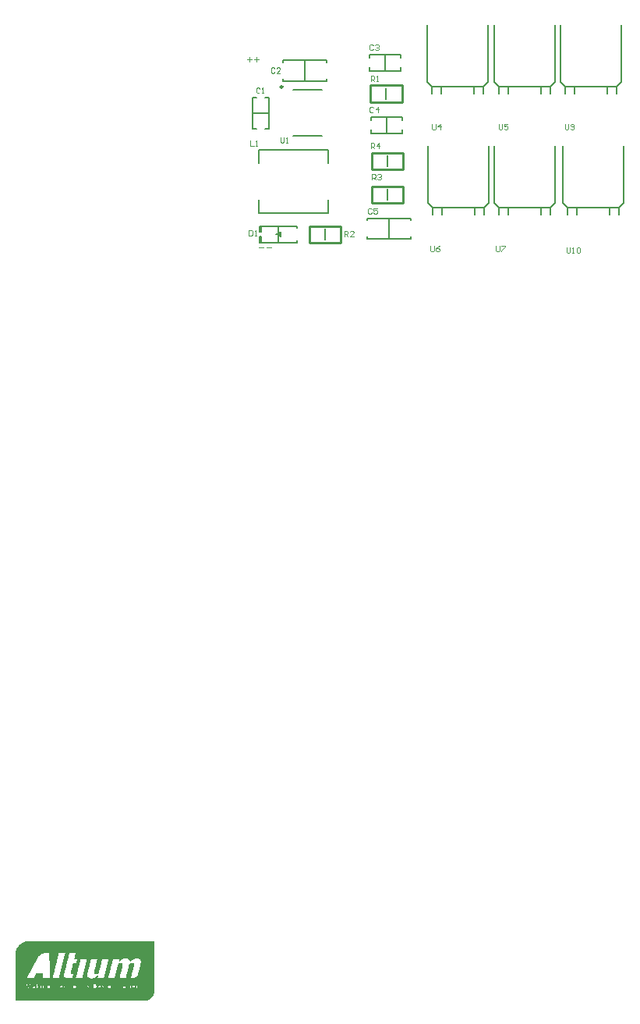
<source format=gto>
G04*
G04 #@! TF.GenerationSoftware,Altium Limited,Altium Designer,20.0.13 (296)*
G04*
G04 Layer_Color=65535*
%FSLAX44Y44*%
%MOMM*%
G71*
G01*
G75*
%ADD10C,0.2500*%
%ADD11C,0.0254*%
%ADD12C,0.1524*%
%ADD13C,0.2000*%
%ADD14C,0.2540*%
%ADD15C,0.1500*%
%ADD16C,0.1000*%
D10*
X760000Y800550D02*
G03*
X760000Y800550I-1250J0D01*
G01*
D11*
X469696Y-172304D02*
X480872D01*
X482396D02*
X484682D01*
X469696Y-172558D02*
X480872D01*
X482650D02*
X484682D01*
X469696Y-172812D02*
X480872D01*
X482650D02*
X484682D01*
X469696Y-173066D02*
X480872D01*
X482650D02*
X484428D01*
X469696Y-173320D02*
X480872D01*
X482904D02*
X484428D01*
X469696Y-173574D02*
X480872D01*
X482904D02*
X484428D01*
X486460D02*
X488238D01*
X469696Y-173828D02*
X480872D01*
X482904D02*
X484174D01*
X485190D02*
X485444D01*
X486460D02*
X487984D01*
X469696Y-174082D02*
X480872D01*
X481888D02*
X482142D01*
X483158D02*
X484174D01*
X485190D02*
X485444D01*
X486460D02*
X487984D01*
X469696Y-174336D02*
X480872D01*
X481888D02*
X482142D01*
X483158D02*
X484174D01*
X485190D02*
X485444D01*
X486460D02*
X487984D01*
X469696Y-174590D02*
X480872D01*
X481888D02*
X482396D01*
X483158D02*
X484174D01*
X484936D02*
X485444D01*
X469696Y-174844D02*
X480872D01*
X481888D02*
X482396D01*
X483412D02*
X483920D01*
X484936D02*
X485444D01*
X469696Y-175098D02*
X480872D01*
X481888D02*
X482396D01*
X483412D02*
X483920D01*
X484936D02*
X485444D01*
X486460D02*
X488238D01*
X469696Y-175352D02*
X480872D01*
X481888D02*
X482396D01*
X483412D02*
X483920D01*
X484682D02*
X485444D01*
X486460D02*
X487984D01*
X469696Y-175606D02*
X480872D01*
X481888D02*
X482650D01*
X483412D02*
X483666D01*
X484682D02*
X485444D01*
X486460D02*
X487730D01*
X469696Y-175860D02*
X480872D01*
X481888D02*
X482650D01*
X484682D02*
X485444D01*
X486460D02*
X487730D01*
X469696Y-176114D02*
X480872D01*
X481888D02*
X482650D01*
X484428D02*
X485444D01*
X486460D02*
X487730D01*
X469696Y-176368D02*
X480872D01*
X481888D02*
X482904D01*
X484428D02*
X485444D01*
X486460D02*
X487730D01*
X469696Y-176622D02*
X480872D01*
X481888D02*
X482904D01*
X484428D02*
X485444D01*
X486460D02*
X487730D01*
X469696Y-176876D02*
X480872D01*
X481888D02*
X482904D01*
X484174D02*
X485444D01*
X486460D02*
X487984D01*
X469696Y-177130D02*
X480872D01*
X481888D02*
X483158D01*
X484174D02*
X485444D01*
X486460D02*
X488238D01*
X469696Y-150460D02*
X489254D01*
X469696Y-150714D02*
X489254D01*
X469696Y-150968D02*
X489000D01*
X469696Y-151222D02*
X489000D01*
X469696Y-151476D02*
X488746D01*
X469696Y-151730D02*
X488746D01*
X469696Y-151984D02*
X488492D01*
X469696Y-152238D02*
X488492D01*
X469696Y-152492D02*
X488238D01*
X469696Y-152746D02*
X488238D01*
X469696Y-153000D02*
X487984D01*
X469696Y-153254D02*
X487984D01*
X469696Y-153508D02*
X487730D01*
X469696Y-153762D02*
X487476D01*
X469696Y-154016D02*
X487476D01*
X469696Y-154270D02*
X487222D01*
X469696Y-154524D02*
X487222D01*
X469696Y-154778D02*
X486968D01*
X469696Y-155032D02*
X486968D01*
X469696Y-155286D02*
X486714D01*
X469696Y-155540D02*
X486714D01*
X469696Y-155794D02*
X486460D01*
X469696Y-156048D02*
X486460D01*
X469696Y-156302D02*
X486206D01*
X469696Y-156556D02*
X486206D01*
X469696Y-156810D02*
X485952D01*
X469696Y-157064D02*
X485698D01*
X469696Y-157318D02*
X485698D01*
X469696Y-157572D02*
X485444D01*
X469696Y-157826D02*
X485444D01*
X469696Y-158080D02*
X485190D01*
X469696Y-158334D02*
X485190D01*
X469696Y-158588D02*
X484936D01*
X469696Y-158842D02*
X484936D01*
X469696Y-159096D02*
X484682D01*
X469696Y-159350D02*
X484682D01*
X469696Y-159604D02*
X484428D01*
X469696Y-159858D02*
X484428D01*
X469696Y-160112D02*
X484174D01*
X469696Y-160366D02*
X484174D01*
X469696Y-160620D02*
X483920D01*
X469696Y-160874D02*
X483666D01*
X469696Y-161128D02*
X483666D01*
X469696Y-161382D02*
X483412D01*
X469696Y-161636D02*
X483412D01*
X469696Y-161890D02*
X483158D01*
X469696Y-162144D02*
X483158D01*
X469696Y-162398D02*
X482904D01*
X469696Y-162652D02*
X482904D01*
X469696Y-162906D02*
X482650D01*
X469696Y-163160D02*
X482650D01*
X469696Y-163414D02*
X482396D01*
X469696Y-163668D02*
X482396D01*
X469696Y-163922D02*
X482142D01*
X469696Y-164176D02*
X481888D01*
X469696Y-164430D02*
X481888D01*
X469696Y-164684D02*
X481634D01*
X469696Y-164938D02*
X481634D01*
X469696Y-165192D02*
X481380D01*
X469696Y-165446D02*
X481380D01*
X469696Y-165700D02*
X481126D01*
X469696Y-149952D02*
X489508D01*
X493318Y-172050D02*
X496620D01*
X493318Y-172304D02*
X496620D01*
X493318Y-172558D02*
X496620D01*
X490524Y-173574D02*
X492302D01*
X493318D02*
X494334D01*
X495604D02*
X496620D01*
X497636D02*
X499160D01*
X499922D02*
X500430D01*
X501954D02*
X504494D01*
X506018D02*
X506272D01*
X490778Y-173828D02*
X492302D01*
X493318D02*
X494080D01*
X495350D02*
X496620D01*
X497636D02*
X499160D01*
X502208D02*
X504240D01*
X490778Y-174082D02*
X492302D01*
X493318D02*
X494080D01*
X495096D02*
X496620D01*
X497636D02*
X499160D01*
X502462D02*
X503986D01*
X491032Y-174336D02*
X492302D01*
X493318D02*
X493826D01*
X494842D02*
X496620D01*
X497636D02*
X499160D01*
X500430D02*
X501446D01*
X502462D02*
X503732D01*
X491032Y-174590D02*
X492302D01*
X493318D02*
X493572D01*
X494842D02*
X496620D01*
X497636D02*
X499160D01*
X500176D02*
X501446D01*
X502462D02*
X503732D01*
X491032Y-174844D02*
X492302D01*
X494588D02*
X496620D01*
X497636D02*
X499160D01*
X500176D02*
X501446D01*
X502462D02*
X503732D01*
X491032Y-175098D02*
X492302D01*
X494334D02*
X496620D01*
X497636D02*
X499160D01*
X500176D02*
X501446D01*
X502462D02*
X503732D01*
X491032Y-175352D02*
X492302D01*
X494334D02*
X496620D01*
X497636D02*
X499160D01*
X500176D02*
X501446D01*
X502462D02*
X503732D01*
X491032Y-175606D02*
X492302D01*
X494588D02*
X496620D01*
X497636D02*
X499160D01*
X500176D02*
X501446D01*
X502462D02*
X503732D01*
X491032Y-175860D02*
X492302D01*
X493318D02*
X493572D01*
X494842D02*
X496620D01*
X497636D02*
X499160D01*
X500176D02*
X501446D01*
X502462D02*
X503732D01*
X491032Y-176114D02*
X492302D01*
X493318D02*
X493826D01*
X495096D02*
X496620D01*
X497636D02*
X499160D01*
X500176D02*
X501446D01*
X502462D02*
X503732D01*
X491032Y-176368D02*
X492302D01*
X493318D02*
X494080D01*
X495096D02*
X496620D01*
X497636D02*
X499160D01*
X500176D02*
X501446D01*
X502462D02*
X503732D01*
X491032Y-176622D02*
X492302D01*
X493318D02*
X494080D01*
X495350D02*
X496620D01*
X497636D02*
X499160D01*
X500176D02*
X501446D01*
X502462D02*
X503986D01*
X491032Y-176876D02*
X492302D01*
X493318D02*
X494334D01*
X495604D02*
X496620D01*
X497636D02*
X499160D01*
X500176D02*
X501446D01*
X502462D02*
X504240D01*
X491032Y-177130D02*
X492302D01*
X493318D02*
X494588D01*
X495858D02*
X496620D01*
X497636D02*
X499160D01*
X500176D02*
X501446D01*
X502462D02*
X504494D01*
X505764D02*
X506272D01*
X504494Y-177892D02*
X505764D01*
X492302Y-161128D02*
X498906D01*
X492048Y-161382D02*
X498906D01*
X492048Y-161636D02*
X498906D01*
X491794Y-161890D02*
X498906D01*
X491794Y-162144D02*
X498906D01*
X491540Y-162398D02*
X498906D01*
X491540Y-162652D02*
X498906D01*
X491286Y-162906D02*
X498906D01*
X491286Y-163160D02*
X498906D01*
X507542D02*
X509828D01*
X491286Y-163414D02*
X498652D01*
X507542D02*
X509828D01*
X491032Y-163668D02*
X498652D01*
X507542D02*
X509828D01*
X491032Y-163922D02*
X498652D01*
X507542D02*
X509828D01*
X490778Y-164176D02*
X498652D01*
X507542D02*
X509574D01*
X490778Y-164430D02*
X498652D01*
X507542D02*
X509574D01*
X490524Y-164684D02*
X498652D01*
X507542D02*
X509574D01*
X490524Y-164938D02*
X498652D01*
X507542D02*
X509574D01*
X490524Y-165192D02*
X498652D01*
X507542D02*
X509320D01*
X490270Y-165446D02*
X498652D01*
X507542D02*
X509320D01*
X490270Y-165700D02*
X498652D01*
X507542D02*
X509320D01*
X514146Y-172304D02*
X515416D01*
X514146Y-172558D02*
X515416D01*
X516432D02*
X526592D01*
X514146Y-172812D02*
X515416D01*
X516432D02*
X526084D01*
X512114Y-173066D02*
X515416D01*
X516432D02*
X526084D01*
X512114Y-173320D02*
X515416D01*
X516432D02*
X526084D01*
X512114Y-173574D02*
X515416D01*
X516432D02*
X518464D01*
X520242D02*
X523036D01*
X524814D02*
X525322D01*
X527862D02*
X529132D01*
X512114Y-173828D02*
X515416D01*
X516432D02*
X518210D01*
X520496D02*
X522528D01*
X524814D02*
X525322D01*
X527862D02*
X529132D01*
X529894D02*
X530148D01*
X512114Y-174082D02*
X515416D01*
X516432D02*
X517956D01*
X520750D02*
X522274D01*
X524814D02*
X525322D01*
X527862D02*
X529132D01*
X513892Y-174336D02*
X515416D01*
X516432D02*
X517702D01*
X521004D02*
X522274D01*
X523544D02*
X526084D01*
X527100D02*
X529132D01*
X513892Y-174590D02*
X515416D01*
X516432D02*
X517702D01*
X521004D02*
X522020D01*
X523290D02*
X526084D01*
X527100D02*
X529132D01*
X513892Y-174844D02*
X515416D01*
X516432D02*
X517702D01*
X521004D02*
X522020D01*
X523036D02*
X526084D01*
X527100D02*
X529132D01*
X512114Y-175098D02*
X515416D01*
X516432D02*
X517702D01*
X521004D02*
X522020D01*
X523036D02*
X526084D01*
X527100D02*
X529132D01*
X512114Y-175352D02*
X515416D01*
X516432D02*
X517702D01*
X521004D02*
X522020D01*
X523036D02*
X526084D01*
X527100D02*
X529132D01*
X512114Y-175606D02*
X515416D01*
X516432D02*
X517702D01*
X521004D02*
X522020D01*
X523036D02*
X526084D01*
X527100D02*
X529132D01*
X512114Y-175860D02*
X515416D01*
X516432D02*
X517702D01*
X518464D02*
X522020D01*
X523036D02*
X526084D01*
X527100D02*
X529132D01*
X512114Y-176114D02*
X515416D01*
X516432D02*
X517702D01*
X518718D02*
X522020D01*
X523290D02*
X526084D01*
X527100D02*
X529132D01*
X512114Y-176368D02*
X515416D01*
X516432D02*
X517702D01*
X518972D02*
X520496D01*
X520750D02*
X522274D01*
X523544D02*
X526084D01*
X527354D02*
X529132D01*
X514146Y-176622D02*
X515416D01*
X516432D02*
X517956D01*
X520750D02*
X522274D01*
X524814D02*
X526084D01*
X528116D02*
X529132D01*
X514146Y-176876D02*
X515416D01*
X516432D02*
X518210D01*
X520750D02*
X522528D01*
X524814D02*
X526338D01*
X528116D02*
X529132D01*
X514146Y-177130D02*
X515416D01*
X516432D02*
X518718D01*
X520750D02*
X523036D01*
X524814D02*
X526592D01*
X528116D02*
X529132D01*
X520750Y-150460D02*
X524560D01*
X520750Y-150714D02*
X524560D01*
X520750Y-150968D02*
X524560D01*
X520750Y-151222D02*
X524306D01*
X520496Y-151476D02*
X524306D01*
X520496Y-151730D02*
X524306D01*
X520496Y-151984D02*
X524306D01*
X520496Y-152238D02*
X524052D01*
X520242Y-152492D02*
X524052D01*
X520242Y-152746D02*
X524052D01*
X520242Y-153000D02*
X523798D01*
X520242Y-153254D02*
X523798D01*
X519988Y-153508D02*
X523798D01*
X519988Y-153762D02*
X523798D01*
X519988Y-154016D02*
X523544D01*
X519988Y-154270D02*
X523544D01*
X519734Y-154524D02*
X523544D01*
X519734Y-154778D02*
X523544D01*
X519734Y-155032D02*
X523290D01*
X519734Y-155286D02*
X523290D01*
X519480Y-155540D02*
X523290D01*
X519480Y-155794D02*
X523290D01*
X519480Y-156048D02*
X523036D01*
X519480Y-156302D02*
X523036D01*
X519226Y-156556D02*
X523036D01*
X519226Y-156810D02*
X523036D01*
X519226Y-157064D02*
X522782D01*
X519226Y-157318D02*
X522782D01*
X518972Y-157572D02*
X522782D01*
X518972Y-157826D02*
X522782D01*
X518972Y-158080D02*
X522528D01*
X518972Y-158334D02*
X522528D01*
X518718Y-158588D02*
X522528D01*
X518718Y-158842D02*
X522528D01*
X518718Y-159096D02*
X522274D01*
X518718Y-159350D02*
X522274D01*
X518464Y-159604D02*
X522274D01*
X518464Y-159858D02*
X522274D01*
X518464Y-160112D02*
X522020D01*
X518464Y-160366D02*
X522020D01*
X518210Y-160620D02*
X522020D01*
X518210Y-160874D02*
X522020D01*
X518210Y-161128D02*
X521766D01*
X518210Y-161382D02*
X521766D01*
X517956Y-161636D02*
X521766D01*
X517956Y-161890D02*
X521766D01*
X517956Y-162144D02*
X521766D01*
X517956Y-162398D02*
X521766D01*
X517702Y-162652D02*
X521766D01*
X517702Y-162906D02*
X521766D01*
X517702Y-163160D02*
X521766D01*
X517702Y-163414D02*
X521766D01*
X517448Y-163668D02*
X521766D01*
X517448Y-163922D02*
X521766D01*
X517448Y-164176D02*
X521766D01*
X517448Y-164430D02*
X522020D01*
X517194Y-164684D02*
X522020D01*
X517194Y-164938D02*
X522274D01*
X517194Y-165192D02*
X522782D01*
X517194Y-165446D02*
X523290D01*
X516940Y-165700D02*
X524052D01*
X523798Y-138522D02*
X527608D01*
X523798Y-138776D02*
X527608D01*
X523798Y-139030D02*
X527354D01*
X523798Y-139284D02*
X527354D01*
X523544Y-139538D02*
X527354D01*
X523544Y-139792D02*
X527354D01*
X523544Y-140046D02*
X527100D01*
X523544Y-140300D02*
X527100D01*
X523290Y-140554D02*
X527100D01*
X523290Y-140808D02*
X527100D01*
X523290Y-141062D02*
X526846D01*
X523290Y-141316D02*
X526846D01*
X523036Y-141570D02*
X526846D01*
X523036Y-141824D02*
X526846D01*
X523036Y-142078D02*
X526592D01*
X523036Y-142332D02*
X526592D01*
X522782Y-142586D02*
X526592D01*
X522782Y-142840D02*
X526592D01*
X522782Y-143094D02*
X526338D01*
X522782Y-143348D02*
X526338D01*
X522528Y-143602D02*
X526338D01*
X522528Y-143856D02*
X526338D01*
X522528Y-144110D02*
X526084D01*
X522528Y-144364D02*
X526084D01*
X522274Y-144618D02*
X526084D01*
X522274Y-144872D02*
X526084D01*
X522274Y-145126D02*
X525830D01*
X522274Y-145380D02*
X525830D01*
X522020Y-145634D02*
X525830D01*
X522020Y-145888D02*
X525830D01*
X522020Y-146142D02*
X525576D01*
X521766Y-146396D02*
X525576D01*
X521766Y-146650D02*
X525576D01*
X521766Y-146904D02*
X525576D01*
X521766Y-147158D02*
X525322D01*
X521512Y-147412D02*
X525322D01*
X521512Y-147666D02*
X525322D01*
X521512Y-147920D02*
X525322D01*
X521512Y-148174D02*
X525068D01*
X521258Y-148428D02*
X525068D01*
X521258Y-148682D02*
X525068D01*
X521258Y-148936D02*
X525068D01*
X521258Y-149190D02*
X524814D01*
X521004Y-149444D02*
X524814D01*
X521004Y-149698D02*
X524814D01*
X521004Y-149952D02*
X524814D01*
X531164Y-173574D02*
X532942D01*
X534720D02*
X536752D01*
X537768D02*
X538276D01*
X539800D02*
X541578D01*
X542594D02*
X544626D01*
X546658D02*
X547928D01*
X531164Y-173828D02*
X532434D01*
X535228D02*
X536752D01*
X540054D02*
X541578D01*
X542594D02*
X544372D01*
X546404D02*
X547674D01*
X531164Y-174082D02*
X532180D01*
X535228D02*
X536752D01*
X540054D02*
X541578D01*
X542594D02*
X544118D01*
X546404D02*
X547420D01*
X531164Y-174336D02*
X531926D01*
X535482D02*
X536752D01*
X538276D02*
X539038D01*
X540308D02*
X541578D01*
X542594D02*
X543864D01*
X545134D02*
X547420D01*
X535736Y-174590D02*
X536752D01*
X538022D02*
X539292D01*
X540308D02*
X541578D01*
X542594D02*
X543864D01*
X545134D02*
X547420D01*
X535736Y-174844D02*
X536752D01*
X538022D02*
X539292D01*
X540308D02*
X541578D01*
X542594D02*
X543864D01*
X544880D02*
X547420D01*
X535736Y-175098D02*
X536752D01*
X537768D02*
X539292D01*
X540308D02*
X541578D01*
X542594D02*
X543864D01*
X544880D02*
X547420D01*
X535736Y-175352D02*
X536752D01*
X537768D02*
X539292D01*
X540308D02*
X541578D01*
X542594D02*
X543864D01*
X544880D02*
X547674D01*
X535736Y-175606D02*
X536752D01*
X537768D02*
X539292D01*
X540308D02*
X541578D01*
X542594D02*
X543864D01*
X544880D02*
X548182D01*
X535736Y-175860D02*
X536752D01*
X537768D02*
X539292D01*
X540308D02*
X541578D01*
X542594D02*
X543864D01*
X544880D02*
X548944D01*
X535736Y-176114D02*
X536752D01*
X537768D02*
X539292D01*
X540308D02*
X541578D01*
X542594D02*
X543864D01*
X545134D02*
X548944D01*
X535482Y-176368D02*
X536752D01*
X537768D02*
X539292D01*
X540308D02*
X541578D01*
X542594D02*
X543864D01*
X545388D02*
X548944D01*
X535228Y-176622D02*
X536752D01*
X537768D02*
X539292D01*
X540308D02*
X541578D01*
X542594D02*
X544118D01*
X546658D02*
X547420D01*
X535228Y-176876D02*
X536752D01*
X537768D02*
X539292D01*
X540308D02*
X541578D01*
X542594D02*
X544372D01*
X546658D02*
X547420D01*
X534720Y-177130D02*
X536752D01*
X537768D02*
X539292D01*
X540308D02*
X541578D01*
X542594D02*
X544880D01*
X546658D02*
X547420D01*
X532434Y-150460D02*
X538530D01*
X546150D02*
X549706D01*
X532180Y-150714D02*
X538276D01*
X546150D02*
X549706D01*
X532180Y-150968D02*
X538276D01*
X546150D02*
X549706D01*
X532180Y-151222D02*
X538276D01*
X546150D02*
X549452D01*
X532180Y-151476D02*
X538276D01*
X545896D02*
X549452D01*
X531926Y-151730D02*
X538022D01*
X545896D02*
X549452D01*
X531926Y-151984D02*
X538022D01*
X545896D02*
X549452D01*
X531926Y-152238D02*
X538022D01*
X545896D02*
X549198D01*
X531926Y-152492D02*
X538022D01*
X545642D02*
X549198D01*
X531672Y-152746D02*
X537768D01*
X545642D02*
X549198D01*
X531672Y-153000D02*
X537768D01*
X545642D02*
X549198D01*
X531672Y-153254D02*
X537768D01*
X545642D02*
X548944D01*
X531672Y-153508D02*
X537768D01*
X545388D02*
X548944D01*
X531418Y-153762D02*
X537514D01*
X545388D02*
X548944D01*
X531418Y-154016D02*
X537514D01*
X545388D02*
X548944D01*
X531418Y-154270D02*
X537514D01*
X545388D02*
X548690D01*
X531418Y-154524D02*
X537514D01*
X545134D02*
X548690D01*
X531164Y-154778D02*
X537260D01*
X545134D02*
X548690D01*
X531164Y-155032D02*
X537260D01*
X545134D02*
X548690D01*
X531164Y-155286D02*
X537260D01*
X545134D02*
X548436D01*
X531164Y-155540D02*
X537260D01*
X544880D02*
X548436D01*
X530910Y-155794D02*
X537006D01*
X544880D02*
X548436D01*
X530910Y-156048D02*
X537006D01*
X544880D02*
X548436D01*
X530910Y-156302D02*
X537006D01*
X544880D02*
X548182D01*
X530910Y-156556D02*
X537006D01*
X544626D02*
X548182D01*
X530656Y-156810D02*
X536752D01*
X544626D02*
X548182D01*
X530656Y-157064D02*
X536752D01*
X544626D02*
X548182D01*
X530656Y-157318D02*
X536752D01*
X544626D02*
X547928D01*
X530656Y-157572D02*
X536752D01*
X544372D02*
X547928D01*
X544372Y-157826D02*
X547928D01*
X544372Y-158080D02*
X547928D01*
X544372Y-158334D02*
X547674D01*
X544118Y-158588D02*
X547674D01*
X544118Y-158842D02*
X547674D01*
X544118Y-159096D02*
X547674D01*
X544118Y-159350D02*
X547420D01*
X543864Y-159604D02*
X547420D01*
X543864Y-159858D02*
X547420D01*
X543864Y-160112D02*
X547420D01*
X543864Y-160366D02*
X547166D01*
X543610Y-160620D02*
X547166D01*
X543610Y-160874D02*
X547166D01*
X532942Y-161128D02*
X535736D01*
X543610D02*
X547166D01*
X532942Y-161382D02*
X535736D01*
X543610D02*
X546912D01*
X532688Y-161636D02*
X535736D01*
X543356D02*
X546912D01*
X532688Y-161890D02*
X535482D01*
X543356D02*
X546912D01*
X532688Y-162144D02*
X535482D01*
X543356D02*
X546912D01*
X532688Y-162398D02*
X535482D01*
X543356D02*
X546912D01*
X532434Y-162652D02*
X535482D01*
X543102D02*
X546912D01*
X532434Y-162906D02*
X535228D01*
X543102D02*
X546912D01*
X532434Y-163160D02*
X535228D01*
X543102D02*
X546912D01*
X532434Y-163414D02*
X535228D01*
X543102D02*
X546912D01*
X532180Y-163668D02*
X535228D01*
X542848D02*
X547166D01*
X532180Y-163922D02*
X534974D01*
X542848D02*
X547166D01*
X532180Y-164176D02*
X534974D01*
X542848D02*
X547166D01*
X532180Y-164430D02*
X534974D01*
X542848D02*
X547420D01*
X531926Y-164684D02*
X534974D01*
X542594D02*
X547420D01*
X531926Y-164938D02*
X534720D01*
X542594D02*
X547674D01*
X531926Y-165192D02*
X534720D01*
X542594D02*
X547928D01*
X531926Y-165446D02*
X534720D01*
X542594D02*
X548436D01*
X531672Y-165700D02*
X534720D01*
X542340D02*
X548944D01*
X537006Y-145126D02*
X539800D01*
X536752Y-145380D02*
X539800D01*
X536752Y-145634D02*
X539546D01*
X536752Y-145888D02*
X539546D01*
X536752Y-146142D02*
X539546D01*
X536498Y-146396D02*
X539546D01*
X536498Y-146650D02*
X539292D01*
X536498Y-146904D02*
X539292D01*
X536498Y-147158D02*
X539292D01*
X547166D02*
X550468D01*
X536244Y-147412D02*
X539292D01*
X546912D02*
X550468D01*
X536244Y-147666D02*
X539038D01*
X546912D02*
X550468D01*
X536244Y-147920D02*
X539038D01*
X546912D02*
X550468D01*
X536244Y-148174D02*
X539038D01*
X546912D02*
X550214D01*
X535990Y-148428D02*
X539038D01*
X546658D02*
X550214D01*
X535990Y-148682D02*
X538784D01*
X546658D02*
X550214D01*
X535990Y-148936D02*
X538784D01*
X546658D02*
X550214D01*
X535990Y-149190D02*
X538784D01*
X546658D02*
X549960D01*
X535736Y-149444D02*
X538784D01*
X546404D02*
X549960D01*
X532434Y-149698D02*
X538530D01*
X546404D02*
X549960D01*
X532434Y-149952D02*
X538530D01*
X546404D02*
X549960D01*
X556310Y-172304D02*
X567232D01*
X557072Y-172558D02*
X567232D01*
X557834Y-173574D02*
X559866D01*
X561644D02*
X563930D01*
X565962D02*
X567232D01*
X568248D02*
X570026D01*
X557834Y-173828D02*
X559358D01*
X561898D02*
X563676D01*
X565962D02*
X567232D01*
X568248D02*
X569772D01*
X557834Y-174082D02*
X559358D01*
X562152D02*
X563422D01*
X565708D02*
X567232D01*
X568248D02*
X569518D01*
X558088Y-174336D02*
X559104D01*
X562152D02*
X563422D01*
X564438D02*
X567232D01*
X568248D02*
X569518D01*
X558088Y-174590D02*
X559104D01*
X562406D02*
X563422D01*
X564438D02*
X567232D01*
X568248D02*
X569264D01*
X558088Y-174844D02*
X558850D01*
X562406D02*
X563422D01*
X564692D02*
X567232D01*
X568248D02*
X569264D01*
X558088Y-175098D02*
X558850D01*
X562406D02*
X563422D01*
X565454D02*
X567232D01*
X568248D02*
X569264D01*
X557834Y-175352D02*
X558850D01*
X562406D02*
X563676D01*
X565708D02*
X567232D01*
X568248D02*
X569264D01*
X557834Y-175606D02*
X558850D01*
X562406D02*
X564184D01*
X565962D02*
X567232D01*
X568248D02*
X569264D01*
X557834Y-175860D02*
X558850D01*
X559866D02*
X564946D01*
X565962D02*
X567232D01*
X568248D02*
X569264D01*
X557580Y-176114D02*
X559104D01*
X560120D02*
X564946D01*
X565962D02*
X567232D01*
X568248D02*
X569264D01*
X557580Y-176368D02*
X559104D01*
X560374D02*
X561898D01*
X562152D02*
X564946D01*
X565962D02*
X567232D01*
X568248D02*
X569518D01*
X557326Y-176622D02*
X559358D01*
X562152D02*
X563422D01*
X565962D02*
X567232D01*
X568248D02*
X569518D01*
X556818Y-176876D02*
X559612D01*
X562152D02*
X563422D01*
X565708D02*
X567232D01*
X568248D02*
X569772D01*
X556310Y-177130D02*
X559866D01*
X561898D02*
X563422D01*
X565454D02*
X567232D01*
X568248D02*
X570280D01*
X557580Y-150460D02*
X561898D01*
X557580Y-150714D02*
X561898D01*
X557326Y-150968D02*
X561898D01*
X557326Y-151222D02*
X561644D01*
X557326Y-151476D02*
X561644D01*
X557326Y-151730D02*
X561644D01*
X557072Y-151984D02*
X561644D01*
X557072Y-152238D02*
X561390D01*
X557072Y-152492D02*
X561390D01*
X557072Y-152746D02*
X561390D01*
X556818Y-153000D02*
X561390D01*
X556818Y-153254D02*
X561136D01*
X556818Y-153508D02*
X561136D01*
X556818Y-153762D02*
X561136D01*
X556564Y-154016D02*
X561136D01*
X556564Y-154270D02*
X560882D01*
X556564Y-154524D02*
X560882D01*
X556564Y-154778D02*
X560882D01*
X556310Y-155032D02*
X560882D01*
X556310Y-155286D02*
X560628D01*
X556310Y-155540D02*
X560628D01*
X556310Y-155794D02*
X560628D01*
X556056Y-156048D02*
X560628D01*
X556056Y-156302D02*
X560374D01*
X556056Y-156556D02*
X560374D01*
X556056Y-156810D02*
X560374D01*
X555802Y-157064D02*
X560374D01*
X555802Y-157318D02*
X560120D01*
X555802Y-157572D02*
X560120D01*
X555802Y-157826D02*
X560120D01*
X555548Y-158080D02*
X560120D01*
X555548Y-158334D02*
X559866D01*
X555548Y-158588D02*
X559866D01*
X555548Y-158842D02*
X559866D01*
X555294Y-159096D02*
X559866D01*
X555294Y-159350D02*
X559612D01*
X555294Y-159604D02*
X559612D01*
X555294Y-159858D02*
X559358D01*
X555294Y-160112D02*
X559358D01*
X555548Y-160366D02*
X559104D01*
X555548Y-160620D02*
X558850D01*
X555802Y-160874D02*
X558342D01*
X566978Y-161128D02*
X570788D01*
X566978Y-161382D02*
X570788D01*
X566978Y-161636D02*
X570788D01*
X566978Y-161890D02*
X570788D01*
X566724Y-162144D02*
X570534D01*
X566724Y-162398D02*
X570534D01*
X566724Y-162652D02*
X570534D01*
X566724Y-162906D02*
X570534D01*
X566470Y-163160D02*
X570280D01*
X566470Y-163414D02*
X570280D01*
X558342Y-163668D02*
X558596D01*
X566470D02*
X570280D01*
X558088Y-163922D02*
X558596D01*
X566470D02*
X570280D01*
X557834Y-164176D02*
X558596D01*
X566216D02*
X570026D01*
X557580Y-164430D02*
X558596D01*
X566216D02*
X570026D01*
X557326Y-164684D02*
X558342D01*
X566216D02*
X570026D01*
X556818Y-164938D02*
X558342D01*
X566216D02*
X570026D01*
X556564Y-165192D02*
X558342D01*
X565962D02*
X569772D01*
X556056Y-165446D02*
X558342D01*
X565962D02*
X569772D01*
X555548Y-165700D02*
X558088D01*
X565962D02*
X569772D01*
X558850Y-145126D02*
X563168D01*
X558850Y-145380D02*
X563168D01*
X558850Y-145634D02*
X563168D01*
X558596Y-145888D02*
X563168D01*
X558596Y-146142D02*
X562914D01*
X558596Y-146396D02*
X562914D01*
X558596Y-146650D02*
X562914D01*
X558342Y-146904D02*
X562914D01*
X558342Y-147158D02*
X562660D01*
X558342Y-147412D02*
X562660D01*
X558342Y-147666D02*
X562660D01*
X558088Y-147920D02*
X562660D01*
X558088Y-148174D02*
X562406D01*
X558088Y-148428D02*
X562406D01*
X558088Y-148682D02*
X562406D01*
X557834Y-148936D02*
X562406D01*
X557834Y-149190D02*
X562152D01*
X557834Y-149444D02*
X562152D01*
X557834Y-149698D02*
X562152D01*
X557580Y-149952D02*
X562152D01*
X571550Y-173574D02*
X572058D01*
X573074D02*
X574344D01*
X575360D02*
X575614D01*
X577138D02*
X581456D01*
X582726D02*
X586282D01*
X588314D02*
X590600D01*
X573074Y-173828D02*
X574344D01*
X577392D02*
X581456D01*
X582726D02*
X586028D01*
X588568D02*
X590346D01*
X573074Y-174082D02*
X574344D01*
X577646D02*
X581456D01*
X582726D02*
X586028D01*
X588822D02*
X590092D01*
X573074Y-174336D02*
X574344D01*
X575614D02*
X576630D01*
X577646D02*
X581456D01*
X584504D02*
X586028D01*
X586536D02*
X587806D01*
X588822D02*
X590092D01*
X573074Y-174590D02*
X574344D01*
X575614D02*
X576630D01*
X577646D02*
X581456D01*
X584504D02*
X588060D01*
X589076D02*
X590092D01*
X573074Y-174844D02*
X574344D01*
X575360D02*
X576630D01*
X577646D02*
X581456D01*
X584504D02*
X588060D01*
X589076D02*
X590092D01*
X573074Y-175098D02*
X574344D01*
X575360D02*
X576884D01*
X577646D02*
X581456D01*
X582726D02*
X586282D01*
X589076D02*
X590092D01*
X573074Y-175352D02*
X574344D01*
X575360D02*
X576884D01*
X577646D02*
X581456D01*
X582726D02*
X586028D01*
X589076D02*
X590346D01*
X573074Y-175606D02*
X574344D01*
X575360D02*
X576884D01*
X577646D02*
X581456D01*
X582726D02*
X585774D01*
X589076D02*
X591108D01*
X573074Y-175860D02*
X574344D01*
X575360D02*
X576884D01*
X577646D02*
X581456D01*
X582726D02*
X585774D01*
X573074Y-176114D02*
X574344D01*
X575360D02*
X576884D01*
X577646D02*
X581456D01*
X582726D02*
X585774D01*
X573074Y-176368D02*
X574344D01*
X575360D02*
X576884D01*
X577646D02*
X581456D01*
X582726D02*
X585774D01*
X573074Y-176622D02*
X574344D01*
X575360D02*
X576884D01*
X577646D02*
X581456D01*
X584504D02*
X585774D01*
X589076D02*
X590092D01*
X571804Y-176876D02*
X572058D01*
X573074D02*
X574344D01*
X575360D02*
X576884D01*
X577646D02*
X581456D01*
X584504D02*
X585774D01*
X589076D02*
X590092D01*
X571296Y-177130D02*
X572058D01*
X573074D02*
X574344D01*
X575360D02*
X576884D01*
X577646D02*
X581456D01*
X584504D02*
X586282D01*
X587806D02*
X588060D01*
X589076D02*
X590092D01*
X581710Y-150460D02*
X585520D01*
X581456Y-150714D02*
X585520D01*
X581456Y-150968D02*
X585520D01*
X581202Y-151222D02*
X585520D01*
X581202Y-151476D02*
X585520D01*
X580948Y-151730D02*
X585520D01*
X580948Y-151984D02*
X585520D01*
X580948Y-152238D02*
X585266D01*
X580948Y-152492D02*
X585266D01*
X580694Y-152746D02*
X585266D01*
X580694Y-153000D02*
X585266D01*
X580694Y-153254D02*
X585012D01*
X580694Y-153508D02*
X585012D01*
X580440Y-153762D02*
X585012D01*
X580440Y-154016D02*
X585012D01*
X580440Y-154270D02*
X584758D01*
X580440Y-154524D02*
X584758D01*
X580186Y-154778D02*
X584758D01*
X580186Y-155032D02*
X584758D01*
X580186Y-155286D02*
X584504D01*
X580186Y-155540D02*
X584504D01*
X579932Y-155794D02*
X584504D01*
X579932Y-156048D02*
X584504D01*
X579932Y-156302D02*
X584250D01*
X579932Y-156556D02*
X584250D01*
X579678Y-156810D02*
X584250D01*
X579678Y-157064D02*
X584250D01*
X579678Y-157318D02*
X583996D01*
X579678Y-157572D02*
X583996D01*
X579424Y-157826D02*
X583996D01*
X579424Y-158080D02*
X583996D01*
X579424Y-158334D02*
X583742D01*
X579424Y-158588D02*
X583742D01*
X579170Y-158842D02*
X583742D01*
X579170Y-159096D02*
X583742D01*
X579170Y-159350D02*
X583488D01*
X579170Y-159604D02*
X583488D01*
X578916Y-159858D02*
X583488D01*
X578916Y-160112D02*
X583488D01*
X578916Y-160366D02*
X583234D01*
X578916Y-160620D02*
X583234D01*
X578662Y-160874D02*
X583234D01*
X578662Y-161128D02*
X583234D01*
X578662Y-161382D02*
X582980D01*
X578662Y-161636D02*
X582980D01*
X578408Y-161890D02*
X582980D01*
X578408Y-162144D02*
X582980D01*
X578408Y-162398D02*
X582726D01*
X578408Y-162652D02*
X582726D01*
X578154Y-162906D02*
X582726D01*
X578154Y-163160D02*
X582726D01*
X578154Y-163414D02*
X582472D01*
X578154Y-163668D02*
X582472D01*
X577900Y-163922D02*
X582472D01*
X577900Y-164176D02*
X582472D01*
X577900Y-164430D02*
X582218D01*
X577900Y-164684D02*
X582218D01*
X577646Y-164938D02*
X582218D01*
X577646Y-165192D02*
X582218D01*
X577646Y-165446D02*
X581964D01*
X577646Y-165700D02*
X581964D01*
X582726Y-145126D02*
X585012D01*
X582726Y-145380D02*
X584504D01*
X582726Y-145634D02*
X584250D01*
X582472Y-145888D02*
X583742D01*
X582472Y-146142D02*
X583488D01*
X582472Y-146396D02*
X583234D01*
X582472Y-146650D02*
X582980D01*
X582218Y-146904D02*
X582726D01*
X582218Y-147158D02*
X582472D01*
X582726Y-149698D02*
X585012D01*
X582218Y-149952D02*
X585266D01*
X606348Y-171796D02*
X606602D01*
X607364D02*
X608634D01*
X594918Y-172050D02*
X605332D01*
X605586D02*
X606602D01*
X607364D02*
X608380D01*
X594918Y-172304D02*
X605332D01*
X605586D02*
X606602D01*
X607618D02*
X608380D01*
X594918Y-172558D02*
X605332D01*
X605586D02*
X606602D01*
X607618D02*
X608126D01*
X608634D02*
X608888D01*
X605586Y-172812D02*
X606602D01*
X607110D02*
X607364D01*
X607872D02*
X608126D01*
X608634D02*
X608888D01*
X605586Y-173066D02*
X606602D01*
X607110D02*
X607364D01*
X608380D02*
X608888D01*
X605586Y-173320D02*
X606602D01*
X607110D02*
X607618D01*
X608380D02*
X608888D01*
X592632Y-173574D02*
X593902D01*
X594918D02*
X596950D01*
X598728D02*
X600760D01*
X601522D02*
X602030D01*
X602792D02*
X605332D01*
X605586D02*
X606602D01*
X607110D02*
X607618D01*
X608126D02*
X608888D01*
X592632Y-173828D02*
X593902D01*
X594918D02*
X596696D01*
X598982D02*
X600760D01*
X601522D02*
X601776D01*
X592632Y-174082D02*
X593902D01*
X594918D02*
X596442D01*
X599236D02*
X600760D01*
X594918Y-174336D02*
X596188D01*
X599236D02*
X600760D01*
X594918Y-174590D02*
X596188D01*
X599490D02*
X600760D01*
X594918Y-174844D02*
X595934D01*
X599490D02*
X600760D01*
X592124Y-175098D02*
X593902D01*
X594918D02*
X595934D01*
X599490D02*
X600760D01*
X592632Y-175352D02*
X593902D01*
X594918D02*
X595934D01*
X599490D02*
X600760D01*
X592632Y-175606D02*
X593902D01*
X594918D02*
X595934D01*
X599490D02*
X600760D01*
X592632Y-175860D02*
X593902D01*
X594918D02*
X595934D01*
X596950D02*
X600760D01*
X592886Y-176114D02*
X593902D01*
X594918D02*
X596188D01*
X597204D02*
X600760D01*
X592632Y-176368D02*
X593902D01*
X594918D02*
X596188D01*
X597458D02*
X598982D01*
X599236D02*
X600760D01*
X592632Y-176622D02*
X593902D01*
X594918D02*
X596442D01*
X599236D02*
X600760D01*
X592378Y-176876D02*
X593902D01*
X594918D02*
X596696D01*
X599236D02*
X600760D01*
X592124Y-177130D02*
X593902D01*
X594918D02*
X596950D01*
X598982D02*
X600760D01*
X593902Y-150460D02*
X597712D01*
X593648Y-150714D02*
X597712D01*
X593648Y-150968D02*
X597966D01*
X593394Y-151222D02*
X597712D01*
X593394Y-151476D02*
X597712D01*
X593394Y-151730D02*
X597712D01*
X593140Y-151984D02*
X597712D01*
X593140Y-152238D02*
X597712D01*
X593140Y-152492D02*
X597458D01*
X592886Y-152746D02*
X597458D01*
X592886Y-153000D02*
X597458D01*
X592886Y-153254D02*
X597458D01*
X592886Y-153508D02*
X597204D01*
X592632Y-153762D02*
X597204D01*
X592632Y-154016D02*
X597204D01*
X592632Y-154270D02*
X597204D01*
X592632Y-154524D02*
X596950D01*
X592378Y-154778D02*
X596950D01*
X592378Y-155032D02*
X596950D01*
X592378Y-155286D02*
X596950D01*
X592378Y-155540D02*
X596696D01*
X592124Y-155794D02*
X596696D01*
X592124Y-156048D02*
X596696D01*
X592124Y-156302D02*
X596696D01*
X592124Y-156556D02*
X596442D01*
X591870Y-156810D02*
X596442D01*
X591870Y-157064D02*
X596442D01*
X591870Y-157318D02*
X596442D01*
X591870Y-157572D02*
X596188D01*
X591616Y-157826D02*
X596188D01*
X591616Y-158080D02*
X596188D01*
X591616Y-158334D02*
X596188D01*
X591616Y-158588D02*
X595934D01*
X602030Y-163668D02*
X604570D01*
X606348D02*
X606602D01*
X607364D02*
X608634D01*
X602030Y-163922D02*
X605078D01*
X605586D02*
X606602D01*
X607364D02*
X608380D01*
X601776Y-164176D02*
X605078D01*
X605586D02*
X606602D01*
X607618D02*
X608380D01*
X601522Y-164430D02*
X605078D01*
X605586D02*
X606602D01*
X607618D02*
X608380D01*
X608634D02*
X608888D01*
X601014Y-164684D02*
X605078D01*
X605586D02*
X606602D01*
X607110D02*
X607364D01*
X607618D02*
X608126D01*
X608634D02*
X608888D01*
X600760Y-164938D02*
X605078D01*
X605586D02*
X606602D01*
X607110D02*
X607364D01*
X607872D02*
X608126D01*
X608380D02*
X608888D01*
X600252Y-165192D02*
X605078D01*
X605586D02*
X606602D01*
X607110D02*
X607618D01*
X608380D02*
X608888D01*
X599744Y-165446D02*
X605078D01*
X605586D02*
X606602D01*
X607110D02*
X607618D01*
X608380D02*
X608888D01*
X598728Y-165700D02*
X605078D01*
X605586D02*
X606602D01*
X607110D02*
X607618D01*
X608126D02*
X608888D01*
X591616Y-144618D02*
X598474D01*
X592378Y-144872D02*
X597712D01*
X592632Y-145126D02*
X597204D01*
X593140Y-145380D02*
X596696D01*
X593394Y-145634D02*
X596188D01*
X593394Y-145888D02*
X595680D01*
X593648Y-146142D02*
X595426D01*
X593902Y-146396D02*
X595172D01*
X593902Y-146650D02*
X594918D01*
X593902Y-146904D02*
X594664D01*
X594156Y-147158D02*
X594410D01*
X594918Y-149698D02*
X597204D01*
X594410Y-149952D02*
X597458D01*
X469696Y-150206D02*
X489508D01*
X521004D02*
X524560D01*
X532434D02*
X538530D01*
X546404D02*
X549706D01*
X557580D02*
X561898D01*
X581964D02*
X585520D01*
X594156D02*
X597712D01*
X469696Y-171796D02*
X492302D01*
X493318D02*
X515416D01*
X469696Y-172050D02*
X492302D01*
X497636D02*
X515416D01*
X486460Y-172304D02*
X492302D01*
X497636D02*
X511098D01*
X486460Y-172558D02*
X492302D01*
X497636D02*
X511098D01*
X486460Y-172812D02*
X492302D01*
X493318D02*
X511098D01*
X486460Y-173066D02*
X492302D01*
X493318D02*
X511098D01*
X486460Y-173320D02*
X492302D01*
X493318D02*
X511098D01*
X507288Y-173574D02*
X511098D01*
X507288Y-173828D02*
X511098D01*
X507288Y-174082D02*
X511098D01*
X488492Y-174336D02*
X490016D01*
X507288D02*
X511098D01*
X486460Y-174590D02*
X490016D01*
X507288D02*
X511098D01*
X486460Y-174844D02*
X490016D01*
X507288D02*
X511098D01*
X507288Y-175098D02*
X511098D01*
X507288Y-175352D02*
X511098D01*
X507288Y-175606D02*
X511098D01*
X507288Y-175860D02*
X511098D01*
X507288Y-176114D02*
X511098D01*
X507288Y-176368D02*
X511098D01*
X507288Y-176622D02*
X511098D01*
X507288Y-176876D02*
X511098D01*
X489762Y-177130D02*
X490270D01*
X507288D02*
X511098D01*
X469696Y-177384D02*
X506272D01*
X469696Y-177638D02*
X506018D01*
X469696Y-177892D02*
X503986D01*
X469696Y-178146D02*
X503986D01*
X469696Y-178400D02*
X503986D01*
X469696Y-178654D02*
X504240D01*
X507034Y-150460D02*
X513130D01*
X507034Y-150714D02*
X513130D01*
X507034Y-150968D02*
X512876D01*
X507034Y-151222D02*
X512876D01*
X507034Y-151476D02*
X512876D01*
X507034Y-151730D02*
X512876D01*
X507034Y-151984D02*
X512622D01*
X507034Y-152238D02*
X512622D01*
X507034Y-152492D02*
X512622D01*
X507034Y-152746D02*
X512622D01*
X507034Y-153000D02*
X512368D01*
X507034Y-153254D02*
X512368D01*
X507288Y-153508D02*
X512368D01*
X507288Y-153762D02*
X512368D01*
X507288Y-154016D02*
X512114D01*
X507288Y-154270D02*
X512114D01*
X507288Y-154524D02*
X512114D01*
X507288Y-154778D02*
X512114D01*
X507288Y-155032D02*
X511860D01*
X507288Y-155286D02*
X511860D01*
X507288Y-155540D02*
X511860D01*
X507288Y-155794D02*
X511860D01*
X507288Y-156048D02*
X511606D01*
X507288Y-156302D02*
X511606D01*
X507288Y-156556D02*
X511606D01*
X507288Y-156810D02*
X511606D01*
X507288Y-157064D02*
X511352D01*
X507288Y-157318D02*
X511352D01*
X507288Y-157572D02*
X511352D01*
X507288Y-157826D02*
X511352D01*
X507288Y-158080D02*
X511098D01*
X507288Y-158334D02*
X511098D01*
X507288Y-158588D02*
X511098D01*
X507288Y-158842D02*
X511098D01*
X507288Y-159096D02*
X510844D01*
X507288Y-159350D02*
X510844D01*
X507288Y-159604D02*
X510844D01*
X507288Y-159858D02*
X510844D01*
X507542Y-160112D02*
X510590D01*
X507542Y-160366D02*
X510590D01*
X507542Y-160620D02*
X510590D01*
X507542Y-160874D02*
X510590D01*
X507542Y-161128D02*
X510336D01*
X507542Y-161382D02*
X510336D01*
X507542Y-161636D02*
X510336D01*
X507542Y-161890D02*
X510336D01*
X507542Y-162144D02*
X510082D01*
X507542Y-162398D02*
X510082D01*
X507542Y-162652D02*
X510082D01*
X507542Y-162906D02*
X510082D01*
X469696Y-138268D02*
X501192D01*
X506526D02*
X516178D01*
X469696Y-138522D02*
X499668D01*
X506526D02*
X515924D01*
X469696Y-138776D02*
X498906D01*
X506526D02*
X515924D01*
X469696Y-139030D02*
X498144D01*
X506526D02*
X515924D01*
X469696Y-139284D02*
X497636D01*
X506526D02*
X515924D01*
X469696Y-139538D02*
X497128D01*
X506526D02*
X515670D01*
X469696Y-139792D02*
X496620D01*
X506526D02*
X515670D01*
X469696Y-140046D02*
X496366D01*
X506780D02*
X515670D01*
X469696Y-140300D02*
X495858D01*
X506780D02*
X515670D01*
X469696Y-140554D02*
X495604D01*
X506780D02*
X515416D01*
X469696Y-140808D02*
X495350D01*
X506780D02*
X515416D01*
X469696Y-141062D02*
X495096D01*
X506780D02*
X515416D01*
X469696Y-141316D02*
X494842D01*
X506780D02*
X515416D01*
X469696Y-141570D02*
X494588D01*
X506780D02*
X515162D01*
X469696Y-141824D02*
X494334D01*
X506780D02*
X515162D01*
X469696Y-142078D02*
X494080D01*
X506780D02*
X515162D01*
X469696Y-142332D02*
X493826D01*
X506780D02*
X515162D01*
X469696Y-142586D02*
X493572D01*
X506780D02*
X514908D01*
X469696Y-142840D02*
X493572D01*
X506780D02*
X514908D01*
X469696Y-143094D02*
X493318D01*
X506780D02*
X514908D01*
X469696Y-143348D02*
X493064D01*
X506780D02*
X514908D01*
X469696Y-143602D02*
X493064D01*
X506780D02*
X514908D01*
X469696Y-143856D02*
X492810D01*
X506780D02*
X514654D01*
X469696Y-144110D02*
X492810D01*
X506780D02*
X514654D01*
X469696Y-144364D02*
X492556D01*
X506780D02*
X514654D01*
X469696Y-144618D02*
X492556D01*
X506780D02*
X514654D01*
X469696Y-144872D02*
X492302D01*
X506780D02*
X514400D01*
X469696Y-145126D02*
X492302D01*
X506780D02*
X514400D01*
X469696Y-145380D02*
X492048D01*
X506780D02*
X514400D01*
X469696Y-145634D02*
X492048D01*
X506780D02*
X514400D01*
X469696Y-145888D02*
X491794D01*
X506780D02*
X514146D01*
X469696Y-146142D02*
X491794D01*
X506780D02*
X514146D01*
X469696Y-146396D02*
X491540D01*
X506780D02*
X514146D01*
X469696Y-146650D02*
X491286D01*
X507034D02*
X514146D01*
X469696Y-146904D02*
X491286D01*
X507034D02*
X513892D01*
X469696Y-147158D02*
X491032D01*
X507034D02*
X513892D01*
X469696Y-147412D02*
X491032D01*
X507034D02*
X513892D01*
X469696Y-147666D02*
X490778D01*
X507034D02*
X513892D01*
X469696Y-147920D02*
X490778D01*
X507034D02*
X513638D01*
X469696Y-148174D02*
X490524D01*
X507034D02*
X513638D01*
X469696Y-148428D02*
X490524D01*
X507034D02*
X513638D01*
X469696Y-148682D02*
X490270D01*
X507034D02*
X513638D01*
X469696Y-148936D02*
X490270D01*
X507034D02*
X513384D01*
X469696Y-149190D02*
X490016D01*
X507034D02*
X513384D01*
X469696Y-149444D02*
X490016D01*
X507034D02*
X513384D01*
X469696Y-149698D02*
X489762D01*
X507034D02*
X513384D01*
X507034Y-149952D02*
X513130D01*
X542594Y-172050D02*
X567232D01*
X568248D02*
X593902D01*
X542594Y-172304D02*
X553770D01*
X568248D02*
X581456D01*
X584504D02*
X593902D01*
X527100Y-172558D02*
X541578D01*
X542594D02*
X553770D01*
X568248D02*
X581456D01*
X584504D02*
X593902D01*
X527100Y-172812D02*
X553770D01*
X557326D02*
X581456D01*
X527100Y-173066D02*
X553770D01*
X557580D02*
X581456D01*
X527100Y-173320D02*
X553770D01*
X557580D02*
X581456D01*
X529894Y-173574D02*
X530402D01*
X549960D02*
X553770D01*
X549960Y-173828D02*
X553770D01*
X549960Y-174082D02*
X553770D01*
X548436Y-174336D02*
X553770D01*
X591108D02*
X593902D01*
X530148Y-174590D02*
X531926D01*
X548436D02*
X553770D01*
X591108D02*
X593902D01*
X530148Y-174844D02*
X531926D01*
X548690D02*
X553770D01*
X591362D02*
X593902D01*
X530148Y-175098D02*
X531926D01*
X549452D02*
X553770D01*
X530148Y-175352D02*
X531926D01*
X549960D02*
X553770D01*
X529894Y-175606D02*
X531926D01*
X549960D02*
X553770D01*
X529894Y-175860D02*
X531926D01*
X549960D02*
X553770D01*
X589076D02*
X591616D01*
X529894Y-176114D02*
X531926D01*
X549960D02*
X553770D01*
X589076D02*
X591616D01*
X529894Y-176368D02*
X531926D01*
X549960D02*
X553770D01*
X589076D02*
X591616D01*
X529894Y-176622D02*
X532180D01*
X549960D02*
X553770D01*
X529894Y-176876D02*
X532434D01*
X549706D02*
X553770D01*
X529894Y-177130D02*
X532942D01*
X549452D02*
X553770D01*
X570280Y-177892D02*
X571550D01*
X569772Y-150460D02*
X573582D01*
X569772Y-150714D02*
X573582D01*
X569518Y-150968D02*
X573328D01*
X569518Y-151222D02*
X573328D01*
X569518Y-151476D02*
X573328D01*
X569518Y-151730D02*
X573328D01*
X569264Y-151984D02*
X573074D01*
X569264Y-152238D02*
X573074D01*
X569264Y-152492D02*
X573074D01*
X569264Y-152746D02*
X573074D01*
X569010Y-153000D02*
X572820D01*
X569010Y-153254D02*
X572820D01*
X569010Y-153508D02*
X572820D01*
X569010Y-153762D02*
X572820D01*
X568756Y-154016D02*
X572566D01*
X568756Y-154270D02*
X572566D01*
X568756Y-154524D02*
X572566D01*
X568756Y-154778D02*
X572566D01*
X568502Y-155032D02*
X572312D01*
X568502Y-155286D02*
X572312D01*
X568502Y-155540D02*
X572312D01*
X568502Y-155794D02*
X572312D01*
X568248Y-156048D02*
X572058D01*
X568248Y-156302D02*
X572058D01*
X568248Y-156556D02*
X572058D01*
X568248Y-156810D02*
X572058D01*
X567994Y-157064D02*
X571804D01*
X567994Y-157318D02*
X571804D01*
X567994Y-157572D02*
X571804D01*
X530402Y-157826D02*
X536498D01*
X567994D02*
X571804D01*
X530402Y-158080D02*
X536498D01*
X567740D02*
X571550D01*
X530402Y-158334D02*
X536498D01*
X567740D02*
X571550D01*
X530402Y-158588D02*
X536498D01*
X567740D02*
X571550D01*
X530148Y-158842D02*
X536244D01*
X567740D02*
X571550D01*
X591362D02*
X595934D01*
X530148Y-159096D02*
X536244D01*
X567486D02*
X571296D01*
X591362D02*
X595934D01*
X530148Y-159350D02*
X536244D01*
X567486D02*
X571296D01*
X591362D02*
X595934D01*
X530148Y-159604D02*
X536244D01*
X567486D02*
X571296D01*
X591362D02*
X595680D01*
X530148Y-159858D02*
X535990D01*
X567486D02*
X571296D01*
X591108D02*
X595680D01*
X529894Y-160112D02*
X535990D01*
X567232D02*
X571042D01*
X591108D02*
X595680D01*
X530148Y-160366D02*
X535990D01*
X567232D02*
X571042D01*
X591108D02*
X595680D01*
X530148Y-160620D02*
X535990D01*
X567232D02*
X571042D01*
X591108D02*
X595426D01*
X530402Y-160874D02*
X535736D01*
X567232D02*
X571042D01*
X590854D02*
X595426D01*
X590854Y-161128D02*
X595426D01*
X590854Y-161382D02*
X595426D01*
X590854Y-161636D02*
X595172D01*
X590600Y-161890D02*
X595172D01*
X590600Y-162144D02*
X595172D01*
X590600Y-162398D02*
X595172D01*
X590600Y-162652D02*
X594918D01*
X590346Y-162906D02*
X594918D01*
X590346Y-163160D02*
X594918D01*
X590346Y-163414D02*
X594918D01*
X590346Y-163668D02*
X594664D01*
X590092Y-163922D02*
X594664D01*
X590092Y-164176D02*
X594664D01*
X590092Y-164430D02*
X594664D01*
X590092Y-164684D02*
X594410D01*
X589838Y-164938D02*
X594410D01*
X589838Y-165192D02*
X594410D01*
X589838Y-165446D02*
X594410D01*
X589838Y-165700D02*
X594156D01*
X529386Y-165954D02*
X549452D01*
X533958Y-144364D02*
X587806D01*
X590600D02*
X599998D01*
X533704Y-144618D02*
X586282D01*
X537006Y-144872D02*
X585520D01*
X547674Y-145126D02*
X550976D01*
X571042D02*
X574852D01*
X547420Y-145380D02*
X550976D01*
X571042D02*
X574852D01*
X547420Y-145634D02*
X550976D01*
X571042D02*
X574852D01*
X547420Y-145888D02*
X550976D01*
X570788D02*
X574598D01*
X547420Y-146142D02*
X550722D01*
X570788D02*
X574598D01*
X547166Y-146396D02*
X550722D01*
X570788D02*
X574598D01*
X547166Y-146650D02*
X550722D01*
X570788D02*
X574598D01*
X547166Y-146904D02*
X550722D01*
X570534D02*
X574344D01*
X570534Y-147158D02*
X574344D01*
X570534Y-147412D02*
X574344D01*
X570534Y-147666D02*
X574344D01*
X570280Y-147920D02*
X574090D01*
X570280Y-148174D02*
X574090D01*
X570280Y-148428D02*
X574090D01*
X570280Y-148682D02*
X574090D01*
X570026Y-148936D02*
X573836D01*
X570026Y-149190D02*
X573836D01*
X570026Y-149444D02*
X573836D01*
X570026Y-149698D02*
X573836D01*
X569772Y-149952D02*
X573582D01*
X609142Y-171796D02*
X619556D01*
X609142Y-172050D02*
X619556D01*
X609142Y-172304D02*
X619556D01*
X609142Y-172558D02*
X619556D01*
X609142Y-172812D02*
X619556D01*
X609142Y-173066D02*
X619556D01*
X609142Y-173320D02*
X619556D01*
X609142Y-173574D02*
X619556D01*
X602792Y-173828D02*
X619556D01*
X602792Y-174082D02*
X619556D01*
X602792Y-174336D02*
X619556D01*
X602030Y-174590D02*
X619556D01*
X601776Y-174844D02*
X619556D01*
X601776Y-175098D02*
X619556D01*
X601776Y-175352D02*
X619556D01*
X601776Y-175606D02*
X619556D01*
X601776Y-175860D02*
X619556D01*
X601776Y-176114D02*
X619556D01*
X601776Y-176368D02*
X619556D01*
X601776Y-176622D02*
X619556D01*
X601776Y-176876D02*
X619556D01*
X601776Y-177130D02*
X619556D01*
X605840Y-150460D02*
X619556D01*
X605840Y-150714D02*
X619556D01*
X605840Y-150968D02*
X619556D01*
X605586Y-151222D02*
X619556D01*
X605586Y-151476D02*
X619556D01*
X605586Y-151730D02*
X619556D01*
X605586Y-151984D02*
X619556D01*
X605332Y-152238D02*
X619556D01*
X605332Y-152492D02*
X619556D01*
X605332Y-152746D02*
X619556D01*
X605332Y-153000D02*
X619556D01*
X605078Y-153254D02*
X619556D01*
X605078Y-153508D02*
X619556D01*
X605078Y-153762D02*
X619556D01*
X605078Y-154016D02*
X619556D01*
X604824Y-154270D02*
X619556D01*
X604824Y-154524D02*
X619556D01*
X604824Y-154778D02*
X619556D01*
X604824Y-155032D02*
X619556D01*
X604570Y-155286D02*
X619556D01*
X604570Y-155540D02*
X619556D01*
X604570Y-155794D02*
X619556D01*
X604570Y-156048D02*
X619556D01*
X604316Y-156302D02*
X619556D01*
X604316Y-156556D02*
X619556D01*
X604316Y-156810D02*
X619556D01*
X604316Y-157064D02*
X619556D01*
X604062Y-157318D02*
X619556D01*
X604062Y-157572D02*
X619556D01*
X604062Y-157826D02*
X619556D01*
X604062Y-158080D02*
X619556D01*
X603808Y-158334D02*
X619556D01*
X603808Y-158588D02*
X619556D01*
X603808Y-158842D02*
X619556D01*
X603808Y-159096D02*
X619556D01*
X603554Y-159350D02*
X619556D01*
X603554Y-159604D02*
X619556D01*
X603554Y-159858D02*
X619556D01*
X603554Y-160112D02*
X619556D01*
X603300Y-160366D02*
X619556D01*
X603300Y-160620D02*
X619556D01*
X603300Y-160874D02*
X619556D01*
X603300Y-161128D02*
X619556D01*
X603046Y-161382D02*
X619556D01*
X603046Y-161636D02*
X619556D01*
X603046Y-161890D02*
X619556D01*
X603046Y-162144D02*
X619556D01*
X602792Y-162398D02*
X619556D01*
X602792Y-162652D02*
X619556D01*
X602538Y-162906D02*
X619556D01*
X602538Y-163160D02*
X619556D01*
X602284Y-163414D02*
X619556D01*
X609142Y-163668D02*
X619556D01*
X609142Y-163922D02*
X619556D01*
X609142Y-164176D02*
X619556D01*
X609142Y-164430D02*
X619556D01*
X609142Y-164684D02*
X619556D01*
X609142Y-164938D02*
X619556D01*
X609142Y-165192D02*
X619556D01*
X609142Y-165446D02*
X619556D01*
X609142Y-165700D02*
X619556D01*
X602538Y-144364D02*
X619556D01*
X603808Y-144618D02*
X619556D01*
X604316Y-144872D02*
X619556D01*
X604824Y-145126D02*
X619556D01*
X605332Y-145380D02*
X619556D01*
X605586Y-145634D02*
X619556D01*
X605840Y-145888D02*
X619556D01*
X605840Y-146142D02*
X619556D01*
X606094Y-146396D02*
X619556D01*
X606094Y-146650D02*
X619556D01*
X606094Y-146904D02*
X619556D01*
X606094Y-147158D02*
X619556D01*
X606348Y-147412D02*
X619556D01*
X606348Y-147666D02*
X619556D01*
X606348Y-147920D02*
X619556D01*
X606348Y-148174D02*
X619556D01*
X606348Y-148428D02*
X619556D01*
X606348Y-148682D02*
X619556D01*
X606094Y-148936D02*
X619556D01*
X606094Y-149190D02*
X619556D01*
X606094Y-149444D02*
X619556D01*
X606094Y-149698D02*
X619556D01*
X606094Y-149952D02*
X619556D01*
X507034Y-150206D02*
X513130D01*
X569772D02*
X573582D01*
X605840D02*
X619556D01*
X516432Y-172050D02*
X541578D01*
X516432Y-172304D02*
X541578D01*
X469696Y-165954D02*
X526338D01*
X469696Y-166208D02*
X550722D01*
X584504Y-172812D02*
X605332D01*
X582726Y-173066D02*
X605332D01*
X582726Y-173320D02*
X605332D01*
X572820Y-177384D02*
X619556D01*
X572820Y-177638D02*
X619556D01*
X572820Y-177892D02*
X619556D01*
X572566Y-178146D02*
X619556D01*
X572312Y-178400D02*
X619556D01*
X572058Y-178654D02*
X619556D01*
X469696Y-170780D02*
X619556D01*
X469696Y-171034D02*
X619556D01*
X469696Y-171288D02*
X619556D01*
X469696Y-171542D02*
X619556D01*
X516432Y-171796D02*
X604570D01*
X507288Y-177384D02*
X571804D01*
X507288Y-177638D02*
X571804D01*
X507034Y-177892D02*
X569772D01*
X507034Y-178146D02*
X569772D01*
X506780Y-178400D02*
X569772D01*
X506526Y-178654D02*
X570026D01*
X469696Y-178908D02*
X619556D01*
X469696Y-179162D02*
X619556D01*
X469696Y-179416D02*
X619556D01*
X469696Y-179670D02*
X619556D01*
X469696Y-179924D02*
X619556D01*
X469696Y-180178D02*
X619556D01*
X469696Y-180432D02*
X619556D01*
X469696Y-180686D02*
X619556D01*
X469696Y-180940D02*
X619556D01*
X469696Y-181194D02*
X619556D01*
X469696Y-181448D02*
X619556D01*
X469696Y-181702D02*
X619556D01*
X469696Y-181956D02*
X619556D01*
X469696Y-182210D02*
X619556D01*
X469696Y-182464D02*
X619302D01*
X469696Y-182718D02*
X619302D01*
X469696Y-182972D02*
X619302D01*
X469696Y-183226D02*
X619048D01*
X469696Y-183480D02*
X619048D01*
X469696Y-183734D02*
X619048D01*
X469696Y-183988D02*
X618794D01*
X469696Y-184242D02*
X618794D01*
X469696Y-184496D02*
X618540D01*
X469696Y-184750D02*
X618540D01*
X469696Y-185004D02*
X618286D01*
X469696Y-185258D02*
X618032D01*
X469696Y-185512D02*
X618032D01*
X469696Y-185766D02*
X617778D01*
X469696Y-186020D02*
X617524D01*
X469696Y-186274D02*
X617270D01*
X469696Y-186528D02*
X617016D01*
X469696Y-186782D02*
X616762D01*
X469696Y-187036D02*
X616508D01*
X469696Y-187290D02*
X616254D01*
X469696Y-187544D02*
X616000D01*
X469696Y-187798D02*
X615746D01*
X469696Y-188052D02*
X615492D01*
X469696Y-188306D02*
X614984D01*
X469696Y-188560D02*
X614730D01*
X469696Y-188814D02*
X614222D01*
X469696Y-189068D02*
X613714D01*
X469696Y-189322D02*
X613206D01*
X554786Y-165954D02*
X619556D01*
X553516Y-166208D02*
X619556D01*
X469696Y-166462D02*
X619556D01*
X469696Y-166716D02*
X619556D01*
X469696Y-166970D02*
X619556D01*
X469696Y-167224D02*
X619556D01*
X469696Y-167478D02*
X619556D01*
X469696Y-167732D02*
X619556D01*
X469696Y-167986D02*
X619556D01*
X469696Y-168240D02*
X619556D01*
X469696Y-168494D02*
X619556D01*
X469696Y-168748D02*
X619556D01*
X469696Y-169002D02*
X619556D01*
X469696Y-169256D02*
X619556D01*
X469696Y-169510D02*
X619556D01*
X469696Y-169764D02*
X619556D01*
X469696Y-170018D02*
X619556D01*
X469696Y-170272D02*
X619556D01*
X474268Y-130140D02*
X619556D01*
X474014Y-130394D02*
X619556D01*
X473760Y-130648D02*
X619556D01*
X473506Y-130902D02*
X619556D01*
X473506Y-131156D02*
X619556D01*
X473252Y-131410D02*
X619556D01*
X472998Y-131664D02*
X619556D01*
X472744Y-131918D02*
X619556D01*
X472490Y-132172D02*
X619556D01*
X472490Y-132426D02*
X619556D01*
X472236Y-132680D02*
X619556D01*
X471982Y-132934D02*
X619556D01*
X471728Y-133188D02*
X619556D01*
X471728Y-133442D02*
X619556D01*
X471474Y-133696D02*
X619556D01*
X471474Y-133950D02*
X619556D01*
X471220Y-134204D02*
X619556D01*
X470966Y-134458D02*
X619556D01*
X470966Y-134712D02*
X619556D01*
X470966Y-134966D02*
X619556D01*
X470712Y-135220D02*
X619556D01*
X470712Y-135474D02*
X619556D01*
X470458Y-135728D02*
X619556D01*
X470458Y-135982D02*
X619556D01*
X470204Y-136236D02*
X619556D01*
X470204Y-136490D02*
X619556D01*
X470204Y-136744D02*
X619556D01*
X469950Y-136998D02*
X619556D01*
X469950Y-137252D02*
X619556D01*
X469950Y-137506D02*
X619556D01*
X469950Y-137760D02*
X619556D01*
X469696Y-138014D02*
X619556D01*
X524052Y-138268D02*
X619556D01*
X535482Y-138522D02*
X619556D01*
X535228Y-138776D02*
X619556D01*
X535228Y-139030D02*
X619556D01*
X535228Y-139284D02*
X619556D01*
X535228Y-139538D02*
X619556D01*
X534974Y-139792D02*
X619556D01*
X534974Y-140046D02*
X619556D01*
X534974Y-140300D02*
X619556D01*
X534974Y-140554D02*
X619556D01*
X534720Y-140808D02*
X619556D01*
X534720Y-141062D02*
X619556D01*
X534720Y-141316D02*
X619556D01*
X534720Y-141570D02*
X619556D01*
X534466Y-141824D02*
X619556D01*
X534466Y-142078D02*
X619556D01*
X534466Y-142332D02*
X619556D01*
X534212Y-142586D02*
X619556D01*
X534212Y-142840D02*
X619556D01*
X534212Y-143094D02*
X619556D01*
X534212Y-143348D02*
X619556D01*
X533958Y-143602D02*
X619556D01*
X533958Y-143856D02*
X619556D01*
X533958Y-144110D02*
X619556D01*
X483158Y-125822D02*
X619556D01*
X481634Y-126076D02*
X619556D01*
X480872Y-126330D02*
X619556D01*
X480110Y-126584D02*
X619556D01*
X479348Y-126838D02*
X619556D01*
X478840Y-127092D02*
X619556D01*
X478332Y-127346D02*
X619556D01*
X477824Y-127600D02*
X619556D01*
X477316Y-127854D02*
X619556D01*
X476808Y-128108D02*
X619556D01*
X476554Y-128362D02*
X619556D01*
X476046Y-128616D02*
X619556D01*
X475792Y-128870D02*
X619556D01*
X475538Y-129124D02*
X619556D01*
X475284Y-129378D02*
X619556D01*
X474776Y-129632D02*
X619556D01*
X469696Y-170526D02*
X619556D01*
X474522Y-129886D02*
X619556D01*
D12*
X917230Y805710D02*
X922310Y800630D01*
X917230Y805710D02*
Y867940D01*
X978190Y800630D02*
X983270Y805710D01*
Y867940D01*
X978190Y793010D02*
Y800630D01*
X968030Y793010D02*
Y800630D01*
X932470Y793010D02*
Y800630D01*
X922310Y793010D02*
Y800630D01*
X978190D01*
X994560D02*
X1050440D01*
X994560Y793010D02*
Y800630D01*
X1004720Y793010D02*
Y800630D01*
X1040280Y793010D02*
Y800630D01*
X1050440Y793010D02*
Y800630D01*
X1055520Y805710D02*
Y867940D01*
X1050440Y800630D02*
X1055520Y805710D01*
X989480D02*
Y867940D01*
Y805710D02*
X994560Y800630D01*
X922560Y669650D02*
X978440D01*
X922560Y662030D02*
Y669650D01*
X932720D02*
X932720Y662030D01*
X968280D02*
Y669650D01*
X978440Y662030D02*
Y669650D01*
X983520Y674730D02*
Y736960D01*
X978440Y669650D02*
X983520Y674730D01*
X917480D02*
Y736960D01*
Y674730D02*
X922560Y669650D01*
X994810D02*
X1050690Y669650D01*
X994810Y662030D02*
Y669650D01*
X1004970Y662030D02*
Y669650D01*
X1040530Y662030D02*
Y669650D01*
X1050690Y662030D02*
Y669650D01*
X1055770Y674730D02*
Y736960D01*
X1050690Y669650D02*
X1055770Y674730D01*
X989730D02*
Y736960D01*
Y674730D02*
X994810Y669650D01*
X1066560Y800630D02*
X1122440D01*
X1066560Y793010D02*
Y800630D01*
X1076720Y793010D02*
Y800630D01*
X1112280Y793010D02*
Y800630D01*
X1122440Y793010D02*
Y800630D01*
X1127520Y805710D02*
Y867940D01*
X1122440Y800630D02*
X1127520Y805710D01*
X1061480D02*
Y867940D01*
Y805710D02*
X1066560Y800630D01*
X1069670Y669650D02*
X1125550Y669650D01*
X1069670Y662030D02*
Y669650D01*
X1079830Y662030D02*
Y669650D01*
X1115390Y662030D02*
Y669650D01*
X1125550Y662030D02*
Y669650D01*
X1130630Y674730D02*
Y736960D01*
X1125550Y669650D02*
X1130630Y674730D01*
X1064590D02*
Y736960D01*
Y674730D02*
X1069670Y669650D01*
D13*
X771000Y747750D02*
X803000D01*
X771000Y797750D02*
X803000D01*
X872500Y787250D02*
Y799250D01*
X734250Y732500D02*
X809250D01*
X734250Y663500D02*
X809250D01*
X734250Y717750D02*
Y732500D01*
X809250Y717750D02*
Y732500D01*
X734250Y663500D02*
Y678250D01*
X809250Y663500D02*
Y678250D01*
X806000Y634750D02*
Y646750D01*
X874000Y677750D02*
Y689750D01*
Y714250D02*
Y726250D01*
D14*
X855500Y802250D02*
X889500D01*
Y784250D02*
Y802250D01*
X855500Y784250D02*
X889500D01*
X855500D02*
Y802250D01*
X823000Y631750D02*
Y649750D01*
X789000Y649750D02*
X823000Y649750D01*
X789000Y631750D02*
Y649750D01*
Y631750D02*
X823000D01*
X857000Y674750D02*
Y692750D01*
Y674750D02*
X891000D01*
X891000Y692750D02*
X891000Y674750D01*
X857000Y692750D02*
X891000D01*
X857000Y711250D02*
Y729250D01*
Y711250D02*
X891000D01*
Y729250D01*
X857000D02*
X891000D01*
D15*
X735180Y638210D02*
X736450D01*
X735180Y631750D02*
Y638210D01*
Y631750D02*
X736450D01*
X735180Y649750D02*
X736450D01*
X735180Y643290D02*
Y649750D01*
Y643290D02*
X736450D01*
X775820Y631750D02*
Y633750D01*
X736450Y631750D02*
X775820D01*
X736450D02*
X736450Y638210D01*
X775820Y647750D02*
Y649750D01*
X736450D02*
X775820D01*
X736450Y643290D02*
Y649750D01*
X755500D02*
X755500Y631750D01*
X752960Y640750D02*
X755500D01*
X758040Y638210D02*
Y643290D01*
X755500Y640750D02*
X758040Y638210D01*
X755500Y640750D02*
X758040Y643290D01*
X783750Y829750D02*
X783750Y807250D01*
X807500D02*
Y809750D01*
X760000Y807250D02*
X807500D01*
X760000D02*
Y809750D01*
Y827250D02*
Y829750D01*
X807500D01*
Y827250D02*
Y829750D01*
X727250Y755250D02*
X731250D01*
X727250D02*
Y789250D01*
X731250D01*
X741250D02*
X745250Y789250D01*
Y755250D02*
Y789250D01*
X741250Y755250D02*
X745250D01*
X727250Y772250D02*
X745250D01*
X871250Y818000D02*
Y836000D01*
X854250Y818000D02*
Y822000D01*
Y818000D02*
X888250D01*
Y822000D01*
Y832000D02*
Y836000D01*
X854250D02*
X888250D01*
X854250Y832000D02*
Y836000D01*
X872750Y750250D02*
Y768250D01*
X855750Y754250D02*
X855750Y750250D01*
X889750D01*
Y754250D01*
Y764250D02*
Y768250D01*
X855750D02*
X889750D01*
X855750Y764250D02*
Y768250D01*
X851500Y635750D02*
Y638250D01*
Y635750D02*
X899000D01*
Y638250D01*
Y655750D02*
Y658250D01*
X851500D02*
X899000D01*
X851500Y655750D02*
Y658250D01*
X875250Y635750D02*
Y658250D01*
D16*
X734250Y626750D02*
X739582D01*
X742247D02*
X747579D01*
X721000Y830834D02*
X726332D01*
X723666Y828168D02*
Y833500D01*
X728997Y830834D02*
X734329D01*
X731663Y828168D02*
Y833500D01*
X735251Y798748D02*
X734252Y799748D01*
X732252D01*
X731253Y798748D01*
Y794750D01*
X732252Y793750D01*
X734252D01*
X735251Y794750D01*
X737251Y793750D02*
X739250D01*
X738250D01*
Y799748D01*
X737251Y798748D01*
X751252Y820748D02*
X750252Y821748D01*
X748253D01*
X747253Y820748D01*
Y816750D01*
X748253Y815750D01*
X750252D01*
X751252Y816750D01*
X757250Y815750D02*
X753251D01*
X757250Y819749D01*
Y820748D01*
X756250Y821748D01*
X754251D01*
X753251Y820748D01*
X858252Y845498D02*
X857252Y846498D01*
X855253D01*
X854253Y845498D01*
Y841500D01*
X855253Y840500D01*
X857252D01*
X858252Y841500D01*
X860251Y845498D02*
X861251Y846498D01*
X863250D01*
X864250Y845498D01*
Y844499D01*
X863250Y843499D01*
X862251D01*
X863250D01*
X864250Y842499D01*
Y841500D01*
X863250Y840500D01*
X861251D01*
X860251Y841500D01*
X858752Y777998D02*
X857752Y778998D01*
X855753D01*
X854753Y777998D01*
Y774000D01*
X855753Y773000D01*
X857752D01*
X858752Y774000D01*
X863750Y773000D02*
Y778998D01*
X860751Y775999D01*
X864750D01*
X856752Y668248D02*
X855752Y669248D01*
X853753D01*
X852753Y668248D01*
Y664250D01*
X853753Y663250D01*
X855752D01*
X856752Y664250D01*
X862750Y669248D02*
X858751D01*
Y666249D01*
X860751Y667249D01*
X861750D01*
X862750Y666249D01*
Y664250D01*
X861750Y663250D01*
X859751D01*
X858751Y664250D01*
X723503Y645498D02*
Y639500D01*
X726502D01*
X727501Y640500D01*
Y644498D01*
X726502Y645498D01*
X723503D01*
X729501Y639500D02*
X731500D01*
X730500D01*
Y645498D01*
X729501Y644498D01*
X724753Y742248D02*
Y736250D01*
X728751D01*
X730751D02*
X732750D01*
X731750D01*
Y742248D01*
X730751Y741248D01*
X855753Y806750D02*
Y812748D01*
X858752D01*
X859751Y811748D01*
Y809749D01*
X858752Y808749D01*
X855753D01*
X857752D02*
X859751Y806750D01*
X861751D02*
X863750D01*
X862750D01*
Y812748D01*
X861751Y811748D01*
X827003Y638500D02*
Y644498D01*
X830002D01*
X831002Y643498D01*
Y641499D01*
X830002Y640499D01*
X827003D01*
X829003D02*
X831002Y638500D01*
X837000D02*
X833001D01*
X837000Y642499D01*
Y643498D01*
X836000Y644498D01*
X834001D01*
X833001Y643498D01*
X856798Y700042D02*
Y706040D01*
X859797D01*
X860797Y705040D01*
Y703041D01*
X859797Y702041D01*
X856798D01*
X858797D02*
X860797Y700042D01*
X862796Y705040D02*
X863796Y706040D01*
X865795D01*
X866795Y705040D01*
Y704041D01*
X865795Y703041D01*
X864796D01*
X865795D01*
X866795Y702041D01*
Y701042D01*
X865795Y700042D01*
X863796D01*
X862796Y701042D01*
X855753Y734000D02*
Y739998D01*
X858752D01*
X859752Y738998D01*
Y736999D01*
X858752Y735999D01*
X855753D01*
X857753D02*
X859752Y734000D01*
X864750D02*
Y739998D01*
X861751Y736999D01*
X865750D01*
X757503Y746248D02*
Y741250D01*
X758502Y740250D01*
X760502D01*
X761501Y741250D01*
Y746248D01*
X763501Y740250D02*
X765500D01*
X764500D01*
Y746248D01*
X763501Y745248D01*
X922276Y760636D02*
Y755638D01*
X923276Y754638D01*
X925275D01*
X926275Y755638D01*
Y760636D01*
X931273Y754638D02*
Y760636D01*
X928274Y757637D01*
X932273D01*
X994536Y760636D02*
Y755638D01*
X995536Y754638D01*
X997535D01*
X998535Y755638D01*
Y760636D01*
X1004533D02*
X1000534D01*
Y757637D01*
X1002533Y758637D01*
X1003533D01*
X1004533Y757637D01*
Y755638D01*
X1003533Y754638D01*
X1001534D01*
X1000534Y755638D01*
X920503Y628268D02*
Y623270D01*
X921503Y622270D01*
X923502D01*
X924502Y623270D01*
Y628268D01*
X930500D02*
X928501Y627268D01*
X926501Y625269D01*
Y623270D01*
X927501Y622270D01*
X929500D01*
X930500Y623270D01*
Y624269D01*
X929500Y625269D01*
X926501D01*
X991753Y628268D02*
Y623270D01*
X992753Y622270D01*
X994752D01*
X995752Y623270D01*
Y628268D01*
X997751D02*
X1001750D01*
Y627268D01*
X997751Y623270D01*
Y622270D01*
X1066546Y760636D02*
Y755638D01*
X1067546Y754638D01*
X1069545D01*
X1070545Y755638D01*
Y760636D01*
X1072544Y755638D02*
X1073544Y754638D01*
X1075543D01*
X1076543Y755638D01*
Y759636D01*
X1075543Y760636D01*
X1073544D01*
X1072544Y759636D01*
Y758637D01*
X1073544Y757637D01*
X1076543D01*
X1068255Y626498D02*
Y621500D01*
X1069255Y620500D01*
X1071254D01*
X1072254Y621500D01*
Y626498D01*
X1074253Y620500D02*
X1076252D01*
X1075253D01*
Y626498D01*
X1074253Y625498D01*
X1079251D02*
X1080251Y626498D01*
X1082250D01*
X1083250Y625498D01*
Y621500D01*
X1082250Y620500D01*
X1080251D01*
X1079251Y621500D01*
Y625498D01*
M02*

</source>
